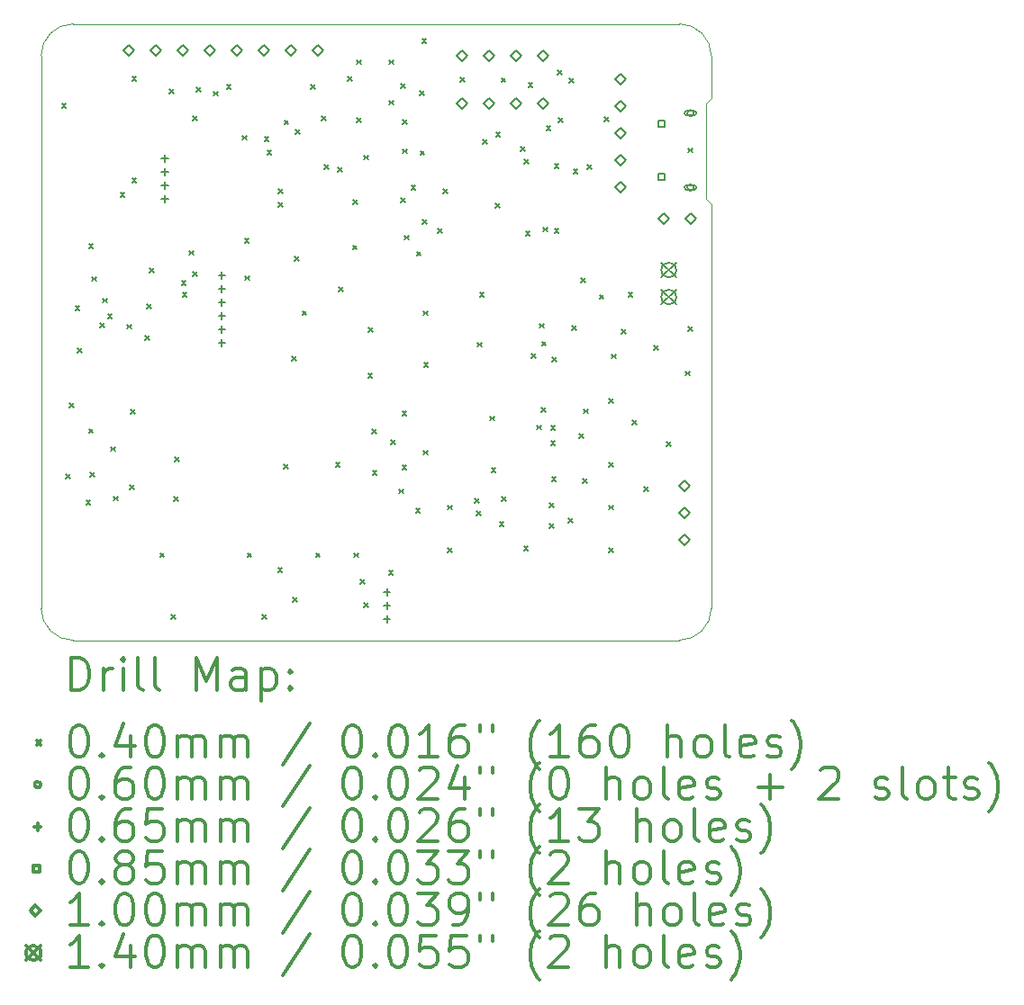
<source format=gbr>
%FSLAX45Y45*%
G04 Gerber Fmt 4.5, Leading zero omitted, Abs format (unit mm)*
G04 Created by KiCad (PCBNEW 5.1.2-f72e74a~84~ubuntu18.04.1) date 2019-07-03 17:08:01*
%MOMM*%
%LPD*%
G04 APERTURE LIST*
%ADD10C,0.050000*%
%ADD11C,0.200000*%
%ADD12C,0.300000*%
G04 APERTURE END LIST*
D10*
X11800000Y-7000000D02*
X11800000Y-10800000D01*
X11800000Y-6000000D02*
X11800000Y-5600000D01*
X11750000Y-6950000D02*
X11800000Y-7000000D01*
X11750000Y-6050000D02*
X11750000Y-6950000D01*
X11750000Y-6050000D02*
X11800000Y-6000000D01*
X11800000Y-10800000D02*
G75*
G02X11500000Y-11100000I-300000J0D01*
G01*
X5800000Y-11100000D02*
G75*
G02X5500000Y-10800000I0J300000D01*
G01*
X5500000Y-5600000D02*
G75*
G02X5800000Y-5300000I300000J0D01*
G01*
X11500000Y-5300000D02*
G75*
G02X11800000Y-5600000I0J-300000D01*
G01*
X11500000Y-5300000D02*
X5800000Y-5300000D01*
X5800000Y-11100000D02*
X11500000Y-11100000D01*
X5500000Y-5600000D02*
X5500000Y-10800000D01*
D11*
X5695000Y-6050600D02*
X5735000Y-6090600D01*
X5735000Y-6050600D02*
X5695000Y-6090600D01*
X5735010Y-9538980D02*
X5775010Y-9578980D01*
X5775010Y-9538980D02*
X5735010Y-9578980D01*
X5765000Y-8869999D02*
X5805000Y-8909999D01*
X5805000Y-8869999D02*
X5765000Y-8909999D01*
X5822000Y-7955600D02*
X5862000Y-7995600D01*
X5862000Y-7955600D02*
X5822000Y-7995600D01*
X5842500Y-8352500D02*
X5882500Y-8392500D01*
X5882500Y-8352500D02*
X5842500Y-8392500D01*
X5923600Y-9784400D02*
X5963600Y-9824400D01*
X5963600Y-9784400D02*
X5923600Y-9824400D01*
X5948999Y-9111000D02*
X5988999Y-9151000D01*
X5988999Y-9111000D02*
X5948999Y-9151000D01*
X5949000Y-7371400D02*
X5989000Y-7411400D01*
X5989000Y-7371400D02*
X5949000Y-7411400D01*
X5961000Y-9522110D02*
X6001000Y-9562110D01*
X6001000Y-9522110D02*
X5961000Y-9562110D01*
X5980000Y-7680000D02*
X6020000Y-7720000D01*
X6020000Y-7680000D02*
X5980000Y-7720000D01*
X6055346Y-8113195D02*
X6095346Y-8153195D01*
X6095346Y-8113195D02*
X6055346Y-8153195D01*
X6081830Y-7884298D02*
X6121830Y-7924298D01*
X6121830Y-7884298D02*
X6081830Y-7924298D01*
X6126800Y-8031800D02*
X6166800Y-8071800D01*
X6166800Y-8031800D02*
X6126800Y-8071800D01*
X6157500Y-9280001D02*
X6197500Y-9320001D01*
X6197500Y-9280001D02*
X6157500Y-9320001D01*
X6182000Y-9747000D02*
X6222000Y-9787000D01*
X6222000Y-9747000D02*
X6182000Y-9787000D01*
X6244999Y-6890000D02*
X6284999Y-6930000D01*
X6284999Y-6890000D02*
X6244999Y-6930000D01*
X6306340Y-8128450D02*
X6346340Y-8168450D01*
X6346340Y-8128450D02*
X6306340Y-8168450D01*
X6336577Y-9641110D02*
X6376577Y-9681110D01*
X6376577Y-9641110D02*
X6336577Y-9681110D01*
X6340050Y-8930000D02*
X6380050Y-8970000D01*
X6380050Y-8930000D02*
X6340050Y-8970000D01*
X6355000Y-6755000D02*
X6395000Y-6795000D01*
X6395000Y-6755000D02*
X6355000Y-6795000D01*
X6355400Y-5796600D02*
X6395400Y-5836600D01*
X6395400Y-5796600D02*
X6355400Y-5836600D01*
X6480000Y-8232500D02*
X6520000Y-8272500D01*
X6520000Y-8232500D02*
X6480000Y-8272500D01*
X6495397Y-7939461D02*
X6535397Y-7979461D01*
X6535397Y-7939461D02*
X6495397Y-7979461D01*
X6517500Y-7600000D02*
X6557500Y-7640000D01*
X6557500Y-7600000D02*
X6517500Y-7640000D01*
X6617500Y-10280000D02*
X6657500Y-10320000D01*
X6657500Y-10280000D02*
X6617500Y-10320000D01*
X6706270Y-5917670D02*
X6746270Y-5957670D01*
X6746270Y-5917670D02*
X6706270Y-5957670D01*
X6725000Y-10857500D02*
X6765000Y-10897500D01*
X6765000Y-10857500D02*
X6725000Y-10897500D01*
X6751000Y-9752000D02*
X6791000Y-9792000D01*
X6791000Y-9752000D02*
X6751000Y-9792000D01*
X6757500Y-9377500D02*
X6797500Y-9417500D01*
X6797500Y-9377500D02*
X6757500Y-9417500D01*
X6820000Y-7720000D02*
X6860000Y-7760000D01*
X6860000Y-7720000D02*
X6820000Y-7760000D01*
X6830000Y-7830000D02*
X6870000Y-7870000D01*
X6870000Y-7830000D02*
X6830000Y-7870000D01*
X6892500Y-7435000D02*
X6932500Y-7475000D01*
X6932500Y-7435000D02*
X6892500Y-7475000D01*
X6927000Y-7635000D02*
X6967000Y-7675000D01*
X6967000Y-7635000D02*
X6927000Y-7675000D01*
X6928000Y-6170000D02*
X6968000Y-6210000D01*
X6968000Y-6170000D02*
X6928000Y-6210000D01*
X6960000Y-5900000D02*
X7000000Y-5940000D01*
X7000000Y-5900000D02*
X6960000Y-5940000D01*
X7122000Y-5936099D02*
X7162000Y-5976099D01*
X7162000Y-5936099D02*
X7122000Y-5976099D01*
X7244400Y-5872800D02*
X7284400Y-5912800D01*
X7284400Y-5872800D02*
X7244400Y-5912800D01*
X7390000Y-6352000D02*
X7430000Y-6392000D01*
X7430000Y-6352000D02*
X7390000Y-6392000D01*
X7412500Y-7317500D02*
X7452500Y-7357500D01*
X7452500Y-7317500D02*
X7412500Y-7357500D01*
X7420000Y-7671350D02*
X7460000Y-7711350D01*
X7460000Y-7671350D02*
X7420000Y-7711350D01*
X7437500Y-10280000D02*
X7477500Y-10320000D01*
X7477500Y-10280000D02*
X7437500Y-10320000D01*
X7580000Y-10857500D02*
X7620000Y-10897500D01*
X7620000Y-10857500D02*
X7580000Y-10897500D01*
X7599000Y-6365000D02*
X7639000Y-6405000D01*
X7639000Y-6365000D02*
X7599000Y-6405000D01*
X7624201Y-6490256D02*
X7664201Y-6530256D01*
X7664201Y-6490256D02*
X7624201Y-6530256D01*
X7727000Y-10419400D02*
X7767000Y-10459400D01*
X7767000Y-10419400D02*
X7727000Y-10459400D01*
X7730000Y-6855000D02*
X7770000Y-6895000D01*
X7770000Y-6855000D02*
X7730000Y-6895000D01*
X7730000Y-6980000D02*
X7770000Y-7020000D01*
X7770000Y-6980000D02*
X7730000Y-7020000D01*
X7780000Y-9447500D02*
X7820000Y-9487500D01*
X7820000Y-9447500D02*
X7780000Y-9487500D01*
X7786000Y-6206000D02*
X7826000Y-6246000D01*
X7826000Y-6206000D02*
X7786000Y-6246000D01*
X7855000Y-8430000D02*
X7895000Y-8470000D01*
X7895000Y-8430000D02*
X7855000Y-8470000D01*
X7866000Y-10696000D02*
X7906000Y-10736000D01*
X7906000Y-10696000D02*
X7866000Y-10736000D01*
X7882500Y-7487500D02*
X7922500Y-7527500D01*
X7922500Y-7487500D02*
X7882500Y-7527500D01*
X7892000Y-6297000D02*
X7932000Y-6337000D01*
X7932000Y-6297000D02*
X7892000Y-6337000D01*
X7954000Y-8003000D02*
X7994000Y-8043000D01*
X7994000Y-8003000D02*
X7954000Y-8043000D01*
X8032785Y-5871815D02*
X8072785Y-5911815D01*
X8072785Y-5871815D02*
X8032785Y-5911815D01*
X8082500Y-10280000D02*
X8122500Y-10320000D01*
X8122500Y-10280000D02*
X8082500Y-10320000D01*
X8135580Y-6171810D02*
X8175580Y-6211810D01*
X8175580Y-6171810D02*
X8135580Y-6211810D01*
X8160756Y-6627123D02*
X8200756Y-6667123D01*
X8200756Y-6627123D02*
X8160756Y-6667123D01*
X8269140Y-9429240D02*
X8309140Y-9469240D01*
X8309140Y-9429240D02*
X8269140Y-9469240D01*
X8288082Y-6651917D02*
X8328082Y-6691917D01*
X8328082Y-6651917D02*
X8288082Y-6691917D01*
X8295000Y-7780000D02*
X8335000Y-7820000D01*
X8335000Y-7780000D02*
X8295000Y-7820000D01*
X8381000Y-5794000D02*
X8421000Y-5834000D01*
X8421000Y-5794000D02*
X8381000Y-5834000D01*
X8429000Y-7383000D02*
X8469000Y-7423000D01*
X8469000Y-7383000D02*
X8429000Y-7423000D01*
X8431075Y-6954075D02*
X8471075Y-6994075D01*
X8471075Y-6954075D02*
X8431075Y-6994075D01*
X8442500Y-10280000D02*
X8482500Y-10320000D01*
X8482500Y-10280000D02*
X8442500Y-10320000D01*
X8470000Y-5640000D02*
X8510000Y-5680000D01*
X8510000Y-5640000D02*
X8470000Y-5680000D01*
X8470000Y-6184000D02*
X8510000Y-6224000D01*
X8510000Y-6184000D02*
X8470000Y-6224000D01*
X8504000Y-10527000D02*
X8544000Y-10567000D01*
X8544000Y-10527000D02*
X8504000Y-10567000D01*
X8533280Y-10752000D02*
X8573280Y-10792000D01*
X8573280Y-10752000D02*
X8533280Y-10792000D01*
X8535000Y-6538000D02*
X8575000Y-6578000D01*
X8575000Y-6538000D02*
X8535000Y-6578000D01*
X8572500Y-8590000D02*
X8612500Y-8630000D01*
X8612500Y-8590000D02*
X8572500Y-8630000D01*
X8575000Y-8157500D02*
X8615000Y-8197500D01*
X8615000Y-8157500D02*
X8575000Y-8197500D01*
X8610000Y-9117500D02*
X8650000Y-9157500D01*
X8650000Y-9117500D02*
X8610000Y-9157500D01*
X8616000Y-9505000D02*
X8656000Y-9545000D01*
X8656000Y-9505000D02*
X8616000Y-9545000D01*
X8768400Y-10444800D02*
X8808400Y-10484800D01*
X8808400Y-10444800D02*
X8768400Y-10484800D01*
X8770000Y-5639000D02*
X8810000Y-5679000D01*
X8810000Y-5639000D02*
X8770000Y-5679000D01*
X8770002Y-6020000D02*
X8810002Y-6060000D01*
X8810002Y-6020000D02*
X8770002Y-6060000D01*
X8789760Y-9217200D02*
X8829760Y-9257200D01*
X8829760Y-9217200D02*
X8789760Y-9257200D01*
X8862210Y-9679340D02*
X8902210Y-9719340D01*
X8902210Y-9679340D02*
X8862210Y-9719340D01*
X8882000Y-6937000D02*
X8922000Y-6977000D01*
X8922000Y-6937000D02*
X8882000Y-6977000D01*
X8885000Y-5867000D02*
X8925000Y-5907000D01*
X8925000Y-5867000D02*
X8885000Y-5907000D01*
X8895400Y-8946200D02*
X8935400Y-8986200D01*
X8935400Y-8946200D02*
X8895400Y-8986200D01*
X8895400Y-9454200D02*
X8935400Y-9494200D01*
X8935400Y-9454200D02*
X8895400Y-9494200D01*
X8899201Y-6201882D02*
X8939201Y-6241882D01*
X8939201Y-6201882D02*
X8899201Y-6241882D01*
X8900000Y-6477000D02*
X8940000Y-6517000D01*
X8940000Y-6477000D02*
X8900000Y-6517000D01*
X8915000Y-7290000D02*
X8955000Y-7330000D01*
X8955000Y-7290000D02*
X8915000Y-7330000D01*
X8978640Y-6822890D02*
X9018640Y-6862890D01*
X9018640Y-6822890D02*
X8978640Y-6862890D01*
X9022400Y-9860600D02*
X9062400Y-9900600D01*
X9062400Y-9860600D02*
X9022400Y-9900600D01*
X9030000Y-7442500D02*
X9070000Y-7482500D01*
X9070000Y-7442500D02*
X9030000Y-7482500D01*
X9060000Y-5929999D02*
X9100000Y-5969999D01*
X9100000Y-5929999D02*
X9060000Y-5969999D01*
X9065000Y-6495000D02*
X9105000Y-6535000D01*
X9105000Y-6495000D02*
X9065000Y-6535000D01*
X9082000Y-5439000D02*
X9122000Y-5479000D01*
X9122000Y-5439000D02*
X9082000Y-5479000D01*
X9085000Y-7145000D02*
X9125000Y-7185000D01*
X9125000Y-7145000D02*
X9085000Y-7185000D01*
X9091900Y-8002850D02*
X9131900Y-8042850D01*
X9131900Y-8002850D02*
X9091900Y-8042850D01*
X9091910Y-9313210D02*
X9131910Y-9353210D01*
X9131910Y-9313210D02*
X9091910Y-9353210D01*
X9098600Y-8489000D02*
X9138600Y-8529000D01*
X9138600Y-8489000D02*
X9098600Y-8529000D01*
X9230000Y-7230000D02*
X9270000Y-7270000D01*
X9270000Y-7230000D02*
X9230000Y-7270000D01*
X9280000Y-6855000D02*
X9320000Y-6895000D01*
X9320000Y-6855000D02*
X9280000Y-6895000D01*
X9320000Y-9830000D02*
X9360000Y-9870000D01*
X9360000Y-9830000D02*
X9320000Y-9870000D01*
X9320000Y-10230000D02*
X9360000Y-10270000D01*
X9360000Y-10230000D02*
X9320000Y-10270000D01*
X9440000Y-5805000D02*
X9480000Y-5845000D01*
X9480000Y-5805000D02*
X9440000Y-5845000D01*
X9579289Y-9765711D02*
X9619289Y-9805711D01*
X9619289Y-9765711D02*
X9579289Y-9805711D01*
X9595000Y-9885000D02*
X9635000Y-9925000D01*
X9635000Y-9885000D02*
X9595000Y-9925000D01*
X9602500Y-8297500D02*
X9642500Y-8337500D01*
X9642500Y-8297500D02*
X9602500Y-8337500D01*
X9622500Y-7830000D02*
X9662500Y-7870000D01*
X9662500Y-7830000D02*
X9622500Y-7870000D01*
X9650000Y-6390000D02*
X9690000Y-6430000D01*
X9690000Y-6390000D02*
X9650000Y-6430000D01*
X9717500Y-8992500D02*
X9757500Y-9032500D01*
X9757500Y-8992500D02*
X9717500Y-9032500D01*
X9733600Y-9479600D02*
X9773600Y-9519600D01*
X9773600Y-9479600D02*
X9733600Y-9519600D01*
X9770000Y-6992500D02*
X9810000Y-7032500D01*
X9810000Y-6992500D02*
X9770000Y-7032500D01*
X9775000Y-6319000D02*
X9815000Y-6359000D01*
X9815000Y-6319000D02*
X9775000Y-6359000D01*
X9809800Y-9987600D02*
X9849800Y-10027600D01*
X9849800Y-9987600D02*
X9809800Y-10027600D01*
X9825000Y-5810000D02*
X9865000Y-5850000D01*
X9865000Y-5810000D02*
X9825000Y-5850000D01*
X9832500Y-9747500D02*
X9872500Y-9787500D01*
X9872500Y-9747500D02*
X9832500Y-9787500D01*
X10011000Y-6459000D02*
X10051000Y-6499000D01*
X10051000Y-6459000D02*
X10011000Y-6499000D01*
X10038400Y-10216200D02*
X10078400Y-10256200D01*
X10078400Y-10216200D02*
X10038400Y-10256200D01*
X10040000Y-6575000D02*
X10080000Y-6615000D01*
X10080000Y-6575000D02*
X10040000Y-6615000D01*
X10055000Y-7255000D02*
X10095000Y-7295000D01*
X10095000Y-7255000D02*
X10055000Y-7295000D01*
X10080000Y-5855000D02*
X10120000Y-5895000D01*
X10120000Y-5855000D02*
X10080000Y-5895000D01*
X10112501Y-8403000D02*
X10152501Y-8443000D01*
X10152501Y-8403000D02*
X10112501Y-8443000D01*
X10158000Y-9078000D02*
X10198000Y-9118000D01*
X10198000Y-9078000D02*
X10158000Y-9118000D01*
X10186462Y-8120000D02*
X10226462Y-8160000D01*
X10226462Y-8120000D02*
X10186462Y-8160000D01*
X10201000Y-8913000D02*
X10241000Y-8953000D01*
X10241000Y-8913000D02*
X10201000Y-8953000D01*
X10207190Y-8290499D02*
X10247190Y-8330499D01*
X10247190Y-8290499D02*
X10207190Y-8330499D01*
X10220000Y-7215000D02*
X10260000Y-7255000D01*
X10260000Y-7215000D02*
X10220000Y-7255000D01*
X10250000Y-6260000D02*
X10290000Y-6300000D01*
X10290000Y-6260000D02*
X10250000Y-6300000D01*
X10276000Y-10003000D02*
X10316000Y-10043000D01*
X10316000Y-10003000D02*
X10276000Y-10043000D01*
X10278000Y-9808000D02*
X10318000Y-9848000D01*
X10318000Y-9808000D02*
X10278000Y-9848000D01*
X10292000Y-9081000D02*
X10332000Y-9121000D01*
X10332000Y-9081000D02*
X10292000Y-9121000D01*
X10292400Y-9225600D02*
X10332400Y-9265600D01*
X10332400Y-9225600D02*
X10292400Y-9265600D01*
X10300000Y-9562500D02*
X10340000Y-9602500D01*
X10340000Y-9562500D02*
X10300000Y-9602500D01*
X10305108Y-8440501D02*
X10345108Y-8480501D01*
X10345108Y-8440501D02*
X10305108Y-8480501D01*
X10325000Y-6615000D02*
X10365000Y-6655000D01*
X10365000Y-6615000D02*
X10325000Y-6655000D01*
X10325000Y-7225000D02*
X10365000Y-7265000D01*
X10365000Y-7225000D02*
X10325000Y-7265000D01*
X10355000Y-5735000D02*
X10395000Y-5775000D01*
X10395000Y-5735000D02*
X10355000Y-5775000D01*
X10365000Y-6185000D02*
X10405000Y-6225000D01*
X10405000Y-6185000D02*
X10365000Y-6225000D01*
X10455000Y-9955000D02*
X10495000Y-9995000D01*
X10495000Y-9955000D02*
X10455000Y-9995000D01*
X10465000Y-5812500D02*
X10505000Y-5852500D01*
X10505000Y-5812500D02*
X10465000Y-5852500D01*
X10493000Y-8141000D02*
X10533000Y-8181000D01*
X10533000Y-8141000D02*
X10493000Y-8181000D01*
X10502500Y-6671440D02*
X10542500Y-6711440D01*
X10542500Y-6671440D02*
X10502500Y-6711440D01*
X10558549Y-9159823D02*
X10598549Y-9199823D01*
X10598549Y-9159823D02*
X10558549Y-9199823D01*
X10577500Y-7693340D02*
X10617500Y-7733340D01*
X10617500Y-7693340D02*
X10577500Y-7733340D01*
X10593000Y-9582000D02*
X10633000Y-9622000D01*
X10633000Y-9582000D02*
X10593000Y-9622000D01*
X10599000Y-8925000D02*
X10639000Y-8965000D01*
X10639000Y-8925000D02*
X10599000Y-8965000D01*
X10635000Y-6625000D02*
X10675000Y-6665000D01*
X10675000Y-6625000D02*
X10635000Y-6665000D01*
X10750000Y-7850000D02*
X10790000Y-7890000D01*
X10790000Y-7850000D02*
X10750000Y-7890000D01*
X10794000Y-6180000D02*
X10834000Y-6220000D01*
X10834000Y-6180000D02*
X10794000Y-6220000D01*
X10839997Y-10230000D02*
X10879997Y-10270000D01*
X10879997Y-10230000D02*
X10839997Y-10270000D01*
X10839998Y-9430000D02*
X10879998Y-9470000D01*
X10879998Y-9430000D02*
X10839998Y-9470000D01*
X10840000Y-9830000D02*
X10880000Y-9870000D01*
X10880000Y-9830000D02*
X10840000Y-9870000D01*
X10840001Y-8830000D02*
X10880001Y-8870000D01*
X10880001Y-8830000D02*
X10840001Y-8870000D01*
X10862234Y-8408766D02*
X10902234Y-8448766D01*
X10902234Y-8408766D02*
X10862234Y-8448766D01*
X10956000Y-8178000D02*
X10996000Y-8218000D01*
X10996000Y-8178000D02*
X10956000Y-8218000D01*
X11019999Y-7830000D02*
X11059999Y-7870000D01*
X11059999Y-7830000D02*
X11019999Y-7870000D01*
X11055000Y-9030000D02*
X11095000Y-9070000D01*
X11095000Y-9030000D02*
X11055000Y-9070000D01*
X11170000Y-9657500D02*
X11210000Y-9697500D01*
X11210000Y-9657500D02*
X11170000Y-9697500D01*
X11264000Y-8327500D02*
X11304000Y-8367500D01*
X11304000Y-8327500D02*
X11264000Y-8367500D01*
X11380050Y-9233850D02*
X11420050Y-9273850D01*
X11420050Y-9233850D02*
X11380050Y-9273850D01*
X11560000Y-8570000D02*
X11600000Y-8610000D01*
X11600000Y-8570000D02*
X11560000Y-8610000D01*
X11580000Y-8150000D02*
X11620000Y-8190000D01*
X11620000Y-8150000D02*
X11580000Y-8190000D01*
X11583800Y-6468750D02*
X11623800Y-6508750D01*
X11623800Y-6468750D02*
X11583800Y-6508750D01*
X11633750Y-6140000D02*
G75*
G03X11633750Y-6140000I-30000J0D01*
G01*
X11568750Y-6160000D02*
X11638750Y-6160000D01*
X11568750Y-6120000D02*
X11638750Y-6120000D01*
X11638750Y-6160000D02*
G75*
G03X11638750Y-6120000I0J20000D01*
G01*
X11568750Y-6120000D02*
G75*
G03X11568750Y-6160000I0J-20000D01*
G01*
X11633750Y-6840000D02*
G75*
G03X11633750Y-6840000I-30000J0D01*
G01*
X11638750Y-6820000D02*
X11568750Y-6820000D01*
X11638750Y-6860000D02*
X11568750Y-6860000D01*
X11568750Y-6820000D02*
G75*
G03X11568750Y-6860000I0J-20000D01*
G01*
X11638750Y-6860000D02*
G75*
G03X11638750Y-6820000I0J20000D01*
G01*
X6660000Y-6533500D02*
X6660000Y-6598500D01*
X6627500Y-6566000D02*
X6692500Y-6566000D01*
X6660000Y-6660500D02*
X6660000Y-6725500D01*
X6627500Y-6693000D02*
X6692500Y-6693000D01*
X6660000Y-6787500D02*
X6660000Y-6852500D01*
X6627500Y-6820000D02*
X6692500Y-6820000D01*
X6660000Y-6914500D02*
X6660000Y-6979500D01*
X6627500Y-6947000D02*
X6692500Y-6947000D01*
X7200000Y-7632500D02*
X7200000Y-7697500D01*
X7167500Y-7665000D02*
X7232500Y-7665000D01*
X7200000Y-7759500D02*
X7200000Y-7824500D01*
X7167500Y-7792000D02*
X7232500Y-7792000D01*
X7200000Y-7886500D02*
X7200000Y-7951500D01*
X7167500Y-7919000D02*
X7232500Y-7919000D01*
X7200000Y-8013500D02*
X7200000Y-8078500D01*
X7167500Y-8046000D02*
X7232500Y-8046000D01*
X7200000Y-8140500D02*
X7200000Y-8205500D01*
X7167500Y-8173000D02*
X7232500Y-8173000D01*
X7200000Y-8267500D02*
X7200000Y-8332500D01*
X7167500Y-8300000D02*
X7232500Y-8300000D01*
X8750000Y-10613500D02*
X8750000Y-10678500D01*
X8717500Y-10646000D02*
X8782500Y-10646000D01*
X8750000Y-10740500D02*
X8750000Y-10805500D01*
X8717500Y-10773000D02*
X8782500Y-10773000D01*
X8750000Y-10867500D02*
X8750000Y-10932500D01*
X8717500Y-10900000D02*
X8782500Y-10900000D01*
X11363802Y-6270052D02*
X11363802Y-6209948D01*
X11303698Y-6209948D01*
X11303698Y-6270052D01*
X11363802Y-6270052D01*
X11363802Y-6770052D02*
X11363802Y-6709948D01*
X11303698Y-6709948D01*
X11303698Y-6770052D01*
X11363802Y-6770052D01*
X6322000Y-5600000D02*
X6372000Y-5550000D01*
X6322000Y-5500000D01*
X6272000Y-5550000D01*
X6322000Y-5600000D01*
X6576000Y-5600000D02*
X6626000Y-5550000D01*
X6576000Y-5500000D01*
X6526000Y-5550000D01*
X6576000Y-5600000D01*
X6830000Y-5600000D02*
X6880000Y-5550000D01*
X6830000Y-5500000D01*
X6780000Y-5550000D01*
X6830000Y-5600000D01*
X7084000Y-5600000D02*
X7134000Y-5550000D01*
X7084000Y-5500000D01*
X7034000Y-5550000D01*
X7084000Y-5600000D01*
X7338000Y-5600000D02*
X7388000Y-5550000D01*
X7338000Y-5500000D01*
X7288000Y-5550000D01*
X7338000Y-5600000D01*
X7592000Y-5600000D02*
X7642000Y-5550000D01*
X7592000Y-5500000D01*
X7542000Y-5550000D01*
X7592000Y-5600000D01*
X7846000Y-5600000D02*
X7896000Y-5550000D01*
X7846000Y-5500000D01*
X7796000Y-5550000D01*
X7846000Y-5600000D01*
X8100000Y-5600000D02*
X8150000Y-5550000D01*
X8100000Y-5500000D01*
X8050000Y-5550000D01*
X8100000Y-5600000D01*
X10950000Y-5869000D02*
X11000000Y-5819000D01*
X10950000Y-5769000D01*
X10900000Y-5819000D01*
X10950000Y-5869000D01*
X10950000Y-6123000D02*
X11000000Y-6073000D01*
X10950000Y-6023000D01*
X10900000Y-6073000D01*
X10950000Y-6123000D01*
X10950000Y-6377000D02*
X11000000Y-6327000D01*
X10950000Y-6277000D01*
X10900000Y-6327000D01*
X10950000Y-6377000D01*
X10950000Y-6631000D02*
X11000000Y-6581000D01*
X10950000Y-6531000D01*
X10900000Y-6581000D01*
X10950000Y-6631000D01*
X10950000Y-6885000D02*
X11000000Y-6835000D01*
X10950000Y-6785000D01*
X10900000Y-6835000D01*
X10950000Y-6885000D01*
X9460000Y-6100000D02*
X9510000Y-6050000D01*
X9460000Y-6000000D01*
X9410000Y-6050000D01*
X9460000Y-6100000D01*
X9714000Y-6100000D02*
X9764000Y-6050000D01*
X9714000Y-6000000D01*
X9664000Y-6050000D01*
X9714000Y-6100000D01*
X9968000Y-6100000D02*
X10018000Y-6050000D01*
X9968000Y-6000000D01*
X9918000Y-6050000D01*
X9968000Y-6100000D01*
X10222000Y-6100000D02*
X10272000Y-6050000D01*
X10222000Y-6000000D01*
X10172000Y-6050000D01*
X10222000Y-6100000D01*
X11350000Y-7180000D02*
X11400000Y-7130000D01*
X11350000Y-7080000D01*
X11300000Y-7130000D01*
X11350000Y-7180000D01*
X11604000Y-7180000D02*
X11654000Y-7130000D01*
X11604000Y-7080000D01*
X11554000Y-7130000D01*
X11604000Y-7180000D01*
X11550000Y-9700000D02*
X11600000Y-9650000D01*
X11550000Y-9600000D01*
X11500000Y-9650000D01*
X11550000Y-9700000D01*
X11550000Y-9954000D02*
X11600000Y-9904000D01*
X11550000Y-9854000D01*
X11500000Y-9904000D01*
X11550000Y-9954000D01*
X11550000Y-10208000D02*
X11600000Y-10158000D01*
X11550000Y-10108000D01*
X11500000Y-10158000D01*
X11550000Y-10208000D01*
X9460000Y-5650000D02*
X9510000Y-5600000D01*
X9460000Y-5550000D01*
X9410000Y-5600000D01*
X9460000Y-5650000D01*
X9714000Y-5650000D02*
X9764000Y-5600000D01*
X9714000Y-5550000D01*
X9664000Y-5600000D01*
X9714000Y-5650000D01*
X9968000Y-5650000D02*
X10018000Y-5600000D01*
X9968000Y-5550000D01*
X9918000Y-5600000D01*
X9968000Y-5650000D01*
X10222000Y-5650000D02*
X10272000Y-5600000D01*
X10222000Y-5550000D01*
X10172000Y-5600000D01*
X10222000Y-5650000D01*
X11330000Y-7546000D02*
X11470000Y-7686000D01*
X11470000Y-7546000D02*
X11330000Y-7686000D01*
X11470000Y-7616000D02*
G75*
G03X11470000Y-7616000I-70000J0D01*
G01*
X11330000Y-7800000D02*
X11470000Y-7940000D01*
X11470000Y-7800000D02*
X11330000Y-7940000D01*
X11470000Y-7870000D02*
G75*
G03X11470000Y-7870000I-70000J0D01*
G01*
D12*
X5783928Y-11568214D02*
X5783928Y-11268214D01*
X5855357Y-11268214D01*
X5898214Y-11282500D01*
X5926786Y-11311071D01*
X5941071Y-11339643D01*
X5955357Y-11396786D01*
X5955357Y-11439643D01*
X5941071Y-11496786D01*
X5926786Y-11525357D01*
X5898214Y-11553929D01*
X5855357Y-11568214D01*
X5783928Y-11568214D01*
X6083928Y-11568214D02*
X6083928Y-11368214D01*
X6083928Y-11425357D02*
X6098214Y-11396786D01*
X6112500Y-11382500D01*
X6141071Y-11368214D01*
X6169643Y-11368214D01*
X6269643Y-11568214D02*
X6269643Y-11368214D01*
X6269643Y-11268214D02*
X6255357Y-11282500D01*
X6269643Y-11296786D01*
X6283928Y-11282500D01*
X6269643Y-11268214D01*
X6269643Y-11296786D01*
X6455357Y-11568214D02*
X6426786Y-11553929D01*
X6412500Y-11525357D01*
X6412500Y-11268214D01*
X6612500Y-11568214D02*
X6583928Y-11553929D01*
X6569643Y-11525357D01*
X6569643Y-11268214D01*
X6955357Y-11568214D02*
X6955357Y-11268214D01*
X7055357Y-11482500D01*
X7155357Y-11268214D01*
X7155357Y-11568214D01*
X7426786Y-11568214D02*
X7426786Y-11411071D01*
X7412500Y-11382500D01*
X7383928Y-11368214D01*
X7326786Y-11368214D01*
X7298214Y-11382500D01*
X7426786Y-11553929D02*
X7398214Y-11568214D01*
X7326786Y-11568214D01*
X7298214Y-11553929D01*
X7283928Y-11525357D01*
X7283928Y-11496786D01*
X7298214Y-11468214D01*
X7326786Y-11453929D01*
X7398214Y-11453929D01*
X7426786Y-11439643D01*
X7569643Y-11368214D02*
X7569643Y-11668214D01*
X7569643Y-11382500D02*
X7598214Y-11368214D01*
X7655357Y-11368214D01*
X7683928Y-11382500D01*
X7698214Y-11396786D01*
X7712500Y-11425357D01*
X7712500Y-11511071D01*
X7698214Y-11539643D01*
X7683928Y-11553929D01*
X7655357Y-11568214D01*
X7598214Y-11568214D01*
X7569643Y-11553929D01*
X7841071Y-11539643D02*
X7855357Y-11553929D01*
X7841071Y-11568214D01*
X7826786Y-11553929D01*
X7841071Y-11539643D01*
X7841071Y-11568214D01*
X7841071Y-11382500D02*
X7855357Y-11396786D01*
X7841071Y-11411071D01*
X7826786Y-11396786D01*
X7841071Y-11382500D01*
X7841071Y-11411071D01*
X5457500Y-12042500D02*
X5497500Y-12082500D01*
X5497500Y-12042500D02*
X5457500Y-12082500D01*
X5841071Y-11898214D02*
X5869643Y-11898214D01*
X5898214Y-11912500D01*
X5912500Y-11926786D01*
X5926786Y-11955357D01*
X5941071Y-12012500D01*
X5941071Y-12083929D01*
X5926786Y-12141071D01*
X5912500Y-12169643D01*
X5898214Y-12183929D01*
X5869643Y-12198214D01*
X5841071Y-12198214D01*
X5812500Y-12183929D01*
X5798214Y-12169643D01*
X5783928Y-12141071D01*
X5769643Y-12083929D01*
X5769643Y-12012500D01*
X5783928Y-11955357D01*
X5798214Y-11926786D01*
X5812500Y-11912500D01*
X5841071Y-11898214D01*
X6069643Y-12169643D02*
X6083928Y-12183929D01*
X6069643Y-12198214D01*
X6055357Y-12183929D01*
X6069643Y-12169643D01*
X6069643Y-12198214D01*
X6341071Y-11998214D02*
X6341071Y-12198214D01*
X6269643Y-11883929D02*
X6198214Y-12098214D01*
X6383928Y-12098214D01*
X6555357Y-11898214D02*
X6583928Y-11898214D01*
X6612500Y-11912500D01*
X6626786Y-11926786D01*
X6641071Y-11955357D01*
X6655357Y-12012500D01*
X6655357Y-12083929D01*
X6641071Y-12141071D01*
X6626786Y-12169643D01*
X6612500Y-12183929D01*
X6583928Y-12198214D01*
X6555357Y-12198214D01*
X6526786Y-12183929D01*
X6512500Y-12169643D01*
X6498214Y-12141071D01*
X6483928Y-12083929D01*
X6483928Y-12012500D01*
X6498214Y-11955357D01*
X6512500Y-11926786D01*
X6526786Y-11912500D01*
X6555357Y-11898214D01*
X6783928Y-12198214D02*
X6783928Y-11998214D01*
X6783928Y-12026786D02*
X6798214Y-12012500D01*
X6826786Y-11998214D01*
X6869643Y-11998214D01*
X6898214Y-12012500D01*
X6912500Y-12041071D01*
X6912500Y-12198214D01*
X6912500Y-12041071D02*
X6926786Y-12012500D01*
X6955357Y-11998214D01*
X6998214Y-11998214D01*
X7026786Y-12012500D01*
X7041071Y-12041071D01*
X7041071Y-12198214D01*
X7183928Y-12198214D02*
X7183928Y-11998214D01*
X7183928Y-12026786D02*
X7198214Y-12012500D01*
X7226786Y-11998214D01*
X7269643Y-11998214D01*
X7298214Y-12012500D01*
X7312500Y-12041071D01*
X7312500Y-12198214D01*
X7312500Y-12041071D02*
X7326786Y-12012500D01*
X7355357Y-11998214D01*
X7398214Y-11998214D01*
X7426786Y-12012500D01*
X7441071Y-12041071D01*
X7441071Y-12198214D01*
X8026786Y-11883929D02*
X7769643Y-12269643D01*
X8412500Y-11898214D02*
X8441071Y-11898214D01*
X8469643Y-11912500D01*
X8483928Y-11926786D01*
X8498214Y-11955357D01*
X8512500Y-12012500D01*
X8512500Y-12083929D01*
X8498214Y-12141071D01*
X8483928Y-12169643D01*
X8469643Y-12183929D01*
X8441071Y-12198214D01*
X8412500Y-12198214D01*
X8383928Y-12183929D01*
X8369643Y-12169643D01*
X8355357Y-12141071D01*
X8341071Y-12083929D01*
X8341071Y-12012500D01*
X8355357Y-11955357D01*
X8369643Y-11926786D01*
X8383928Y-11912500D01*
X8412500Y-11898214D01*
X8641071Y-12169643D02*
X8655357Y-12183929D01*
X8641071Y-12198214D01*
X8626786Y-12183929D01*
X8641071Y-12169643D01*
X8641071Y-12198214D01*
X8841071Y-11898214D02*
X8869643Y-11898214D01*
X8898214Y-11912500D01*
X8912500Y-11926786D01*
X8926786Y-11955357D01*
X8941071Y-12012500D01*
X8941071Y-12083929D01*
X8926786Y-12141071D01*
X8912500Y-12169643D01*
X8898214Y-12183929D01*
X8869643Y-12198214D01*
X8841071Y-12198214D01*
X8812500Y-12183929D01*
X8798214Y-12169643D01*
X8783928Y-12141071D01*
X8769643Y-12083929D01*
X8769643Y-12012500D01*
X8783928Y-11955357D01*
X8798214Y-11926786D01*
X8812500Y-11912500D01*
X8841071Y-11898214D01*
X9226786Y-12198214D02*
X9055357Y-12198214D01*
X9141071Y-12198214D02*
X9141071Y-11898214D01*
X9112500Y-11941071D01*
X9083928Y-11969643D01*
X9055357Y-11983929D01*
X9483928Y-11898214D02*
X9426786Y-11898214D01*
X9398214Y-11912500D01*
X9383928Y-11926786D01*
X9355357Y-11969643D01*
X9341071Y-12026786D01*
X9341071Y-12141071D01*
X9355357Y-12169643D01*
X9369643Y-12183929D01*
X9398214Y-12198214D01*
X9455357Y-12198214D01*
X9483928Y-12183929D01*
X9498214Y-12169643D01*
X9512500Y-12141071D01*
X9512500Y-12069643D01*
X9498214Y-12041071D01*
X9483928Y-12026786D01*
X9455357Y-12012500D01*
X9398214Y-12012500D01*
X9369643Y-12026786D01*
X9355357Y-12041071D01*
X9341071Y-12069643D01*
X9626786Y-11898214D02*
X9626786Y-11955357D01*
X9741071Y-11898214D02*
X9741071Y-11955357D01*
X10183928Y-12312500D02*
X10169643Y-12298214D01*
X10141071Y-12255357D01*
X10126786Y-12226786D01*
X10112500Y-12183929D01*
X10098214Y-12112500D01*
X10098214Y-12055357D01*
X10112500Y-11983929D01*
X10126786Y-11941071D01*
X10141071Y-11912500D01*
X10169643Y-11869643D01*
X10183928Y-11855357D01*
X10455357Y-12198214D02*
X10283928Y-12198214D01*
X10369643Y-12198214D02*
X10369643Y-11898214D01*
X10341071Y-11941071D01*
X10312500Y-11969643D01*
X10283928Y-11983929D01*
X10712500Y-11898214D02*
X10655357Y-11898214D01*
X10626786Y-11912500D01*
X10612500Y-11926786D01*
X10583928Y-11969643D01*
X10569643Y-12026786D01*
X10569643Y-12141071D01*
X10583928Y-12169643D01*
X10598214Y-12183929D01*
X10626786Y-12198214D01*
X10683928Y-12198214D01*
X10712500Y-12183929D01*
X10726786Y-12169643D01*
X10741071Y-12141071D01*
X10741071Y-12069643D01*
X10726786Y-12041071D01*
X10712500Y-12026786D01*
X10683928Y-12012500D01*
X10626786Y-12012500D01*
X10598214Y-12026786D01*
X10583928Y-12041071D01*
X10569643Y-12069643D01*
X10926786Y-11898214D02*
X10955357Y-11898214D01*
X10983928Y-11912500D01*
X10998214Y-11926786D01*
X11012500Y-11955357D01*
X11026786Y-12012500D01*
X11026786Y-12083929D01*
X11012500Y-12141071D01*
X10998214Y-12169643D01*
X10983928Y-12183929D01*
X10955357Y-12198214D01*
X10926786Y-12198214D01*
X10898214Y-12183929D01*
X10883928Y-12169643D01*
X10869643Y-12141071D01*
X10855357Y-12083929D01*
X10855357Y-12012500D01*
X10869643Y-11955357D01*
X10883928Y-11926786D01*
X10898214Y-11912500D01*
X10926786Y-11898214D01*
X11383928Y-12198214D02*
X11383928Y-11898214D01*
X11512500Y-12198214D02*
X11512500Y-12041071D01*
X11498214Y-12012500D01*
X11469643Y-11998214D01*
X11426786Y-11998214D01*
X11398214Y-12012500D01*
X11383928Y-12026786D01*
X11698214Y-12198214D02*
X11669643Y-12183929D01*
X11655357Y-12169643D01*
X11641071Y-12141071D01*
X11641071Y-12055357D01*
X11655357Y-12026786D01*
X11669643Y-12012500D01*
X11698214Y-11998214D01*
X11741071Y-11998214D01*
X11769643Y-12012500D01*
X11783928Y-12026786D01*
X11798214Y-12055357D01*
X11798214Y-12141071D01*
X11783928Y-12169643D01*
X11769643Y-12183929D01*
X11741071Y-12198214D01*
X11698214Y-12198214D01*
X11969643Y-12198214D02*
X11941071Y-12183929D01*
X11926786Y-12155357D01*
X11926786Y-11898214D01*
X12198214Y-12183929D02*
X12169643Y-12198214D01*
X12112500Y-12198214D01*
X12083928Y-12183929D01*
X12069643Y-12155357D01*
X12069643Y-12041071D01*
X12083928Y-12012500D01*
X12112500Y-11998214D01*
X12169643Y-11998214D01*
X12198214Y-12012500D01*
X12212500Y-12041071D01*
X12212500Y-12069643D01*
X12069643Y-12098214D01*
X12326786Y-12183929D02*
X12355357Y-12198214D01*
X12412500Y-12198214D01*
X12441071Y-12183929D01*
X12455357Y-12155357D01*
X12455357Y-12141071D01*
X12441071Y-12112500D01*
X12412500Y-12098214D01*
X12369643Y-12098214D01*
X12341071Y-12083929D01*
X12326786Y-12055357D01*
X12326786Y-12041071D01*
X12341071Y-12012500D01*
X12369643Y-11998214D01*
X12412500Y-11998214D01*
X12441071Y-12012500D01*
X12555357Y-12312500D02*
X12569643Y-12298214D01*
X12598214Y-12255357D01*
X12612500Y-12226786D01*
X12626786Y-12183929D01*
X12641071Y-12112500D01*
X12641071Y-12055357D01*
X12626786Y-11983929D01*
X12612500Y-11941071D01*
X12598214Y-11912500D01*
X12569643Y-11869643D01*
X12555357Y-11855357D01*
X5497500Y-12458500D02*
G75*
G03X5497500Y-12458500I-30000J0D01*
G01*
X5841071Y-12294214D02*
X5869643Y-12294214D01*
X5898214Y-12308500D01*
X5912500Y-12322786D01*
X5926786Y-12351357D01*
X5941071Y-12408500D01*
X5941071Y-12479929D01*
X5926786Y-12537071D01*
X5912500Y-12565643D01*
X5898214Y-12579929D01*
X5869643Y-12594214D01*
X5841071Y-12594214D01*
X5812500Y-12579929D01*
X5798214Y-12565643D01*
X5783928Y-12537071D01*
X5769643Y-12479929D01*
X5769643Y-12408500D01*
X5783928Y-12351357D01*
X5798214Y-12322786D01*
X5812500Y-12308500D01*
X5841071Y-12294214D01*
X6069643Y-12565643D02*
X6083928Y-12579929D01*
X6069643Y-12594214D01*
X6055357Y-12579929D01*
X6069643Y-12565643D01*
X6069643Y-12594214D01*
X6341071Y-12294214D02*
X6283928Y-12294214D01*
X6255357Y-12308500D01*
X6241071Y-12322786D01*
X6212500Y-12365643D01*
X6198214Y-12422786D01*
X6198214Y-12537071D01*
X6212500Y-12565643D01*
X6226786Y-12579929D01*
X6255357Y-12594214D01*
X6312500Y-12594214D01*
X6341071Y-12579929D01*
X6355357Y-12565643D01*
X6369643Y-12537071D01*
X6369643Y-12465643D01*
X6355357Y-12437071D01*
X6341071Y-12422786D01*
X6312500Y-12408500D01*
X6255357Y-12408500D01*
X6226786Y-12422786D01*
X6212500Y-12437071D01*
X6198214Y-12465643D01*
X6555357Y-12294214D02*
X6583928Y-12294214D01*
X6612500Y-12308500D01*
X6626786Y-12322786D01*
X6641071Y-12351357D01*
X6655357Y-12408500D01*
X6655357Y-12479929D01*
X6641071Y-12537071D01*
X6626786Y-12565643D01*
X6612500Y-12579929D01*
X6583928Y-12594214D01*
X6555357Y-12594214D01*
X6526786Y-12579929D01*
X6512500Y-12565643D01*
X6498214Y-12537071D01*
X6483928Y-12479929D01*
X6483928Y-12408500D01*
X6498214Y-12351357D01*
X6512500Y-12322786D01*
X6526786Y-12308500D01*
X6555357Y-12294214D01*
X6783928Y-12594214D02*
X6783928Y-12394214D01*
X6783928Y-12422786D02*
X6798214Y-12408500D01*
X6826786Y-12394214D01*
X6869643Y-12394214D01*
X6898214Y-12408500D01*
X6912500Y-12437071D01*
X6912500Y-12594214D01*
X6912500Y-12437071D02*
X6926786Y-12408500D01*
X6955357Y-12394214D01*
X6998214Y-12394214D01*
X7026786Y-12408500D01*
X7041071Y-12437071D01*
X7041071Y-12594214D01*
X7183928Y-12594214D02*
X7183928Y-12394214D01*
X7183928Y-12422786D02*
X7198214Y-12408500D01*
X7226786Y-12394214D01*
X7269643Y-12394214D01*
X7298214Y-12408500D01*
X7312500Y-12437071D01*
X7312500Y-12594214D01*
X7312500Y-12437071D02*
X7326786Y-12408500D01*
X7355357Y-12394214D01*
X7398214Y-12394214D01*
X7426786Y-12408500D01*
X7441071Y-12437071D01*
X7441071Y-12594214D01*
X8026786Y-12279929D02*
X7769643Y-12665643D01*
X8412500Y-12294214D02*
X8441071Y-12294214D01*
X8469643Y-12308500D01*
X8483928Y-12322786D01*
X8498214Y-12351357D01*
X8512500Y-12408500D01*
X8512500Y-12479929D01*
X8498214Y-12537071D01*
X8483928Y-12565643D01*
X8469643Y-12579929D01*
X8441071Y-12594214D01*
X8412500Y-12594214D01*
X8383928Y-12579929D01*
X8369643Y-12565643D01*
X8355357Y-12537071D01*
X8341071Y-12479929D01*
X8341071Y-12408500D01*
X8355357Y-12351357D01*
X8369643Y-12322786D01*
X8383928Y-12308500D01*
X8412500Y-12294214D01*
X8641071Y-12565643D02*
X8655357Y-12579929D01*
X8641071Y-12594214D01*
X8626786Y-12579929D01*
X8641071Y-12565643D01*
X8641071Y-12594214D01*
X8841071Y-12294214D02*
X8869643Y-12294214D01*
X8898214Y-12308500D01*
X8912500Y-12322786D01*
X8926786Y-12351357D01*
X8941071Y-12408500D01*
X8941071Y-12479929D01*
X8926786Y-12537071D01*
X8912500Y-12565643D01*
X8898214Y-12579929D01*
X8869643Y-12594214D01*
X8841071Y-12594214D01*
X8812500Y-12579929D01*
X8798214Y-12565643D01*
X8783928Y-12537071D01*
X8769643Y-12479929D01*
X8769643Y-12408500D01*
X8783928Y-12351357D01*
X8798214Y-12322786D01*
X8812500Y-12308500D01*
X8841071Y-12294214D01*
X9055357Y-12322786D02*
X9069643Y-12308500D01*
X9098214Y-12294214D01*
X9169643Y-12294214D01*
X9198214Y-12308500D01*
X9212500Y-12322786D01*
X9226786Y-12351357D01*
X9226786Y-12379929D01*
X9212500Y-12422786D01*
X9041071Y-12594214D01*
X9226786Y-12594214D01*
X9483928Y-12394214D02*
X9483928Y-12594214D01*
X9412500Y-12279929D02*
X9341071Y-12494214D01*
X9526786Y-12494214D01*
X9626786Y-12294214D02*
X9626786Y-12351357D01*
X9741071Y-12294214D02*
X9741071Y-12351357D01*
X10183928Y-12708500D02*
X10169643Y-12694214D01*
X10141071Y-12651357D01*
X10126786Y-12622786D01*
X10112500Y-12579929D01*
X10098214Y-12508500D01*
X10098214Y-12451357D01*
X10112500Y-12379929D01*
X10126786Y-12337071D01*
X10141071Y-12308500D01*
X10169643Y-12265643D01*
X10183928Y-12251357D01*
X10355357Y-12294214D02*
X10383928Y-12294214D01*
X10412500Y-12308500D01*
X10426786Y-12322786D01*
X10441071Y-12351357D01*
X10455357Y-12408500D01*
X10455357Y-12479929D01*
X10441071Y-12537071D01*
X10426786Y-12565643D01*
X10412500Y-12579929D01*
X10383928Y-12594214D01*
X10355357Y-12594214D01*
X10326786Y-12579929D01*
X10312500Y-12565643D01*
X10298214Y-12537071D01*
X10283928Y-12479929D01*
X10283928Y-12408500D01*
X10298214Y-12351357D01*
X10312500Y-12322786D01*
X10326786Y-12308500D01*
X10355357Y-12294214D01*
X10812500Y-12594214D02*
X10812500Y-12294214D01*
X10941071Y-12594214D02*
X10941071Y-12437071D01*
X10926786Y-12408500D01*
X10898214Y-12394214D01*
X10855357Y-12394214D01*
X10826786Y-12408500D01*
X10812500Y-12422786D01*
X11126786Y-12594214D02*
X11098214Y-12579929D01*
X11083928Y-12565643D01*
X11069643Y-12537071D01*
X11069643Y-12451357D01*
X11083928Y-12422786D01*
X11098214Y-12408500D01*
X11126786Y-12394214D01*
X11169643Y-12394214D01*
X11198214Y-12408500D01*
X11212500Y-12422786D01*
X11226786Y-12451357D01*
X11226786Y-12537071D01*
X11212500Y-12565643D01*
X11198214Y-12579929D01*
X11169643Y-12594214D01*
X11126786Y-12594214D01*
X11398214Y-12594214D02*
X11369643Y-12579929D01*
X11355357Y-12551357D01*
X11355357Y-12294214D01*
X11626786Y-12579929D02*
X11598214Y-12594214D01*
X11541071Y-12594214D01*
X11512500Y-12579929D01*
X11498214Y-12551357D01*
X11498214Y-12437071D01*
X11512500Y-12408500D01*
X11541071Y-12394214D01*
X11598214Y-12394214D01*
X11626786Y-12408500D01*
X11641071Y-12437071D01*
X11641071Y-12465643D01*
X11498214Y-12494214D01*
X11755357Y-12579929D02*
X11783928Y-12594214D01*
X11841071Y-12594214D01*
X11869643Y-12579929D01*
X11883928Y-12551357D01*
X11883928Y-12537071D01*
X11869643Y-12508500D01*
X11841071Y-12494214D01*
X11798214Y-12494214D01*
X11769643Y-12479929D01*
X11755357Y-12451357D01*
X11755357Y-12437071D01*
X11769643Y-12408500D01*
X11798214Y-12394214D01*
X11841071Y-12394214D01*
X11869643Y-12408500D01*
X12241071Y-12479929D02*
X12469643Y-12479929D01*
X12355357Y-12594214D02*
X12355357Y-12365643D01*
X12826786Y-12322786D02*
X12841071Y-12308500D01*
X12869643Y-12294214D01*
X12941071Y-12294214D01*
X12969643Y-12308500D01*
X12983928Y-12322786D01*
X12998214Y-12351357D01*
X12998214Y-12379929D01*
X12983928Y-12422786D01*
X12812500Y-12594214D01*
X12998214Y-12594214D01*
X13341071Y-12579929D02*
X13369643Y-12594214D01*
X13426786Y-12594214D01*
X13455357Y-12579929D01*
X13469643Y-12551357D01*
X13469643Y-12537071D01*
X13455357Y-12508500D01*
X13426786Y-12494214D01*
X13383928Y-12494214D01*
X13355357Y-12479929D01*
X13341071Y-12451357D01*
X13341071Y-12437071D01*
X13355357Y-12408500D01*
X13383928Y-12394214D01*
X13426786Y-12394214D01*
X13455357Y-12408500D01*
X13641071Y-12594214D02*
X13612500Y-12579929D01*
X13598214Y-12551357D01*
X13598214Y-12294214D01*
X13798214Y-12594214D02*
X13769643Y-12579929D01*
X13755357Y-12565643D01*
X13741071Y-12537071D01*
X13741071Y-12451357D01*
X13755357Y-12422786D01*
X13769643Y-12408500D01*
X13798214Y-12394214D01*
X13841071Y-12394214D01*
X13869643Y-12408500D01*
X13883928Y-12422786D01*
X13898214Y-12451357D01*
X13898214Y-12537071D01*
X13883928Y-12565643D01*
X13869643Y-12579929D01*
X13841071Y-12594214D01*
X13798214Y-12594214D01*
X13983928Y-12394214D02*
X14098214Y-12394214D01*
X14026786Y-12294214D02*
X14026786Y-12551357D01*
X14041071Y-12579929D01*
X14069643Y-12594214D01*
X14098214Y-12594214D01*
X14183928Y-12579929D02*
X14212500Y-12594214D01*
X14269643Y-12594214D01*
X14298214Y-12579929D01*
X14312500Y-12551357D01*
X14312500Y-12537071D01*
X14298214Y-12508500D01*
X14269643Y-12494214D01*
X14226786Y-12494214D01*
X14198214Y-12479929D01*
X14183928Y-12451357D01*
X14183928Y-12437071D01*
X14198214Y-12408500D01*
X14226786Y-12394214D01*
X14269643Y-12394214D01*
X14298214Y-12408500D01*
X14412500Y-12708500D02*
X14426786Y-12694214D01*
X14455357Y-12651357D01*
X14469643Y-12622786D01*
X14483928Y-12579929D01*
X14498214Y-12508500D01*
X14498214Y-12451357D01*
X14483928Y-12379929D01*
X14469643Y-12337071D01*
X14455357Y-12308500D01*
X14426786Y-12265643D01*
X14412500Y-12251357D01*
X5465000Y-12822000D02*
X5465000Y-12887000D01*
X5432500Y-12854500D02*
X5497500Y-12854500D01*
X5841071Y-12690214D02*
X5869643Y-12690214D01*
X5898214Y-12704500D01*
X5912500Y-12718786D01*
X5926786Y-12747357D01*
X5941071Y-12804500D01*
X5941071Y-12875929D01*
X5926786Y-12933071D01*
X5912500Y-12961643D01*
X5898214Y-12975929D01*
X5869643Y-12990214D01*
X5841071Y-12990214D01*
X5812500Y-12975929D01*
X5798214Y-12961643D01*
X5783928Y-12933071D01*
X5769643Y-12875929D01*
X5769643Y-12804500D01*
X5783928Y-12747357D01*
X5798214Y-12718786D01*
X5812500Y-12704500D01*
X5841071Y-12690214D01*
X6069643Y-12961643D02*
X6083928Y-12975929D01*
X6069643Y-12990214D01*
X6055357Y-12975929D01*
X6069643Y-12961643D01*
X6069643Y-12990214D01*
X6341071Y-12690214D02*
X6283928Y-12690214D01*
X6255357Y-12704500D01*
X6241071Y-12718786D01*
X6212500Y-12761643D01*
X6198214Y-12818786D01*
X6198214Y-12933071D01*
X6212500Y-12961643D01*
X6226786Y-12975929D01*
X6255357Y-12990214D01*
X6312500Y-12990214D01*
X6341071Y-12975929D01*
X6355357Y-12961643D01*
X6369643Y-12933071D01*
X6369643Y-12861643D01*
X6355357Y-12833071D01*
X6341071Y-12818786D01*
X6312500Y-12804500D01*
X6255357Y-12804500D01*
X6226786Y-12818786D01*
X6212500Y-12833071D01*
X6198214Y-12861643D01*
X6641071Y-12690214D02*
X6498214Y-12690214D01*
X6483928Y-12833071D01*
X6498214Y-12818786D01*
X6526786Y-12804500D01*
X6598214Y-12804500D01*
X6626786Y-12818786D01*
X6641071Y-12833071D01*
X6655357Y-12861643D01*
X6655357Y-12933071D01*
X6641071Y-12961643D01*
X6626786Y-12975929D01*
X6598214Y-12990214D01*
X6526786Y-12990214D01*
X6498214Y-12975929D01*
X6483928Y-12961643D01*
X6783928Y-12990214D02*
X6783928Y-12790214D01*
X6783928Y-12818786D02*
X6798214Y-12804500D01*
X6826786Y-12790214D01*
X6869643Y-12790214D01*
X6898214Y-12804500D01*
X6912500Y-12833071D01*
X6912500Y-12990214D01*
X6912500Y-12833071D02*
X6926786Y-12804500D01*
X6955357Y-12790214D01*
X6998214Y-12790214D01*
X7026786Y-12804500D01*
X7041071Y-12833071D01*
X7041071Y-12990214D01*
X7183928Y-12990214D02*
X7183928Y-12790214D01*
X7183928Y-12818786D02*
X7198214Y-12804500D01*
X7226786Y-12790214D01*
X7269643Y-12790214D01*
X7298214Y-12804500D01*
X7312500Y-12833071D01*
X7312500Y-12990214D01*
X7312500Y-12833071D02*
X7326786Y-12804500D01*
X7355357Y-12790214D01*
X7398214Y-12790214D01*
X7426786Y-12804500D01*
X7441071Y-12833071D01*
X7441071Y-12990214D01*
X8026786Y-12675929D02*
X7769643Y-13061643D01*
X8412500Y-12690214D02*
X8441071Y-12690214D01*
X8469643Y-12704500D01*
X8483928Y-12718786D01*
X8498214Y-12747357D01*
X8512500Y-12804500D01*
X8512500Y-12875929D01*
X8498214Y-12933071D01*
X8483928Y-12961643D01*
X8469643Y-12975929D01*
X8441071Y-12990214D01*
X8412500Y-12990214D01*
X8383928Y-12975929D01*
X8369643Y-12961643D01*
X8355357Y-12933071D01*
X8341071Y-12875929D01*
X8341071Y-12804500D01*
X8355357Y-12747357D01*
X8369643Y-12718786D01*
X8383928Y-12704500D01*
X8412500Y-12690214D01*
X8641071Y-12961643D02*
X8655357Y-12975929D01*
X8641071Y-12990214D01*
X8626786Y-12975929D01*
X8641071Y-12961643D01*
X8641071Y-12990214D01*
X8841071Y-12690214D02*
X8869643Y-12690214D01*
X8898214Y-12704500D01*
X8912500Y-12718786D01*
X8926786Y-12747357D01*
X8941071Y-12804500D01*
X8941071Y-12875929D01*
X8926786Y-12933071D01*
X8912500Y-12961643D01*
X8898214Y-12975929D01*
X8869643Y-12990214D01*
X8841071Y-12990214D01*
X8812500Y-12975929D01*
X8798214Y-12961643D01*
X8783928Y-12933071D01*
X8769643Y-12875929D01*
X8769643Y-12804500D01*
X8783928Y-12747357D01*
X8798214Y-12718786D01*
X8812500Y-12704500D01*
X8841071Y-12690214D01*
X9055357Y-12718786D02*
X9069643Y-12704500D01*
X9098214Y-12690214D01*
X9169643Y-12690214D01*
X9198214Y-12704500D01*
X9212500Y-12718786D01*
X9226786Y-12747357D01*
X9226786Y-12775929D01*
X9212500Y-12818786D01*
X9041071Y-12990214D01*
X9226786Y-12990214D01*
X9483928Y-12690214D02*
X9426786Y-12690214D01*
X9398214Y-12704500D01*
X9383928Y-12718786D01*
X9355357Y-12761643D01*
X9341071Y-12818786D01*
X9341071Y-12933071D01*
X9355357Y-12961643D01*
X9369643Y-12975929D01*
X9398214Y-12990214D01*
X9455357Y-12990214D01*
X9483928Y-12975929D01*
X9498214Y-12961643D01*
X9512500Y-12933071D01*
X9512500Y-12861643D01*
X9498214Y-12833071D01*
X9483928Y-12818786D01*
X9455357Y-12804500D01*
X9398214Y-12804500D01*
X9369643Y-12818786D01*
X9355357Y-12833071D01*
X9341071Y-12861643D01*
X9626786Y-12690214D02*
X9626786Y-12747357D01*
X9741071Y-12690214D02*
X9741071Y-12747357D01*
X10183928Y-13104500D02*
X10169643Y-13090214D01*
X10141071Y-13047357D01*
X10126786Y-13018786D01*
X10112500Y-12975929D01*
X10098214Y-12904500D01*
X10098214Y-12847357D01*
X10112500Y-12775929D01*
X10126786Y-12733071D01*
X10141071Y-12704500D01*
X10169643Y-12661643D01*
X10183928Y-12647357D01*
X10455357Y-12990214D02*
X10283928Y-12990214D01*
X10369643Y-12990214D02*
X10369643Y-12690214D01*
X10341071Y-12733071D01*
X10312500Y-12761643D01*
X10283928Y-12775929D01*
X10555357Y-12690214D02*
X10741071Y-12690214D01*
X10641071Y-12804500D01*
X10683928Y-12804500D01*
X10712500Y-12818786D01*
X10726786Y-12833071D01*
X10741071Y-12861643D01*
X10741071Y-12933071D01*
X10726786Y-12961643D01*
X10712500Y-12975929D01*
X10683928Y-12990214D01*
X10598214Y-12990214D01*
X10569643Y-12975929D01*
X10555357Y-12961643D01*
X11098214Y-12990214D02*
X11098214Y-12690214D01*
X11226786Y-12990214D02*
X11226786Y-12833071D01*
X11212500Y-12804500D01*
X11183928Y-12790214D01*
X11141071Y-12790214D01*
X11112500Y-12804500D01*
X11098214Y-12818786D01*
X11412500Y-12990214D02*
X11383928Y-12975929D01*
X11369643Y-12961643D01*
X11355357Y-12933071D01*
X11355357Y-12847357D01*
X11369643Y-12818786D01*
X11383928Y-12804500D01*
X11412500Y-12790214D01*
X11455357Y-12790214D01*
X11483928Y-12804500D01*
X11498214Y-12818786D01*
X11512500Y-12847357D01*
X11512500Y-12933071D01*
X11498214Y-12961643D01*
X11483928Y-12975929D01*
X11455357Y-12990214D01*
X11412500Y-12990214D01*
X11683928Y-12990214D02*
X11655357Y-12975929D01*
X11641071Y-12947357D01*
X11641071Y-12690214D01*
X11912500Y-12975929D02*
X11883928Y-12990214D01*
X11826786Y-12990214D01*
X11798214Y-12975929D01*
X11783928Y-12947357D01*
X11783928Y-12833071D01*
X11798214Y-12804500D01*
X11826786Y-12790214D01*
X11883928Y-12790214D01*
X11912500Y-12804500D01*
X11926786Y-12833071D01*
X11926786Y-12861643D01*
X11783928Y-12890214D01*
X12041071Y-12975929D02*
X12069643Y-12990214D01*
X12126786Y-12990214D01*
X12155357Y-12975929D01*
X12169643Y-12947357D01*
X12169643Y-12933071D01*
X12155357Y-12904500D01*
X12126786Y-12890214D01*
X12083928Y-12890214D01*
X12055357Y-12875929D01*
X12041071Y-12847357D01*
X12041071Y-12833071D01*
X12055357Y-12804500D01*
X12083928Y-12790214D01*
X12126786Y-12790214D01*
X12155357Y-12804500D01*
X12269643Y-13104500D02*
X12283928Y-13090214D01*
X12312500Y-13047357D01*
X12326786Y-13018786D01*
X12341071Y-12975929D01*
X12355357Y-12904500D01*
X12355357Y-12847357D01*
X12341071Y-12775929D01*
X12326786Y-12733071D01*
X12312500Y-12704500D01*
X12283928Y-12661643D01*
X12269643Y-12647357D01*
X5485052Y-13280552D02*
X5485052Y-13220448D01*
X5424948Y-13220448D01*
X5424948Y-13280552D01*
X5485052Y-13280552D01*
X5841071Y-13086214D02*
X5869643Y-13086214D01*
X5898214Y-13100500D01*
X5912500Y-13114786D01*
X5926786Y-13143357D01*
X5941071Y-13200500D01*
X5941071Y-13271929D01*
X5926786Y-13329071D01*
X5912500Y-13357643D01*
X5898214Y-13371929D01*
X5869643Y-13386214D01*
X5841071Y-13386214D01*
X5812500Y-13371929D01*
X5798214Y-13357643D01*
X5783928Y-13329071D01*
X5769643Y-13271929D01*
X5769643Y-13200500D01*
X5783928Y-13143357D01*
X5798214Y-13114786D01*
X5812500Y-13100500D01*
X5841071Y-13086214D01*
X6069643Y-13357643D02*
X6083928Y-13371929D01*
X6069643Y-13386214D01*
X6055357Y-13371929D01*
X6069643Y-13357643D01*
X6069643Y-13386214D01*
X6255357Y-13214786D02*
X6226786Y-13200500D01*
X6212500Y-13186214D01*
X6198214Y-13157643D01*
X6198214Y-13143357D01*
X6212500Y-13114786D01*
X6226786Y-13100500D01*
X6255357Y-13086214D01*
X6312500Y-13086214D01*
X6341071Y-13100500D01*
X6355357Y-13114786D01*
X6369643Y-13143357D01*
X6369643Y-13157643D01*
X6355357Y-13186214D01*
X6341071Y-13200500D01*
X6312500Y-13214786D01*
X6255357Y-13214786D01*
X6226786Y-13229071D01*
X6212500Y-13243357D01*
X6198214Y-13271929D01*
X6198214Y-13329071D01*
X6212500Y-13357643D01*
X6226786Y-13371929D01*
X6255357Y-13386214D01*
X6312500Y-13386214D01*
X6341071Y-13371929D01*
X6355357Y-13357643D01*
X6369643Y-13329071D01*
X6369643Y-13271929D01*
X6355357Y-13243357D01*
X6341071Y-13229071D01*
X6312500Y-13214786D01*
X6641071Y-13086214D02*
X6498214Y-13086214D01*
X6483928Y-13229071D01*
X6498214Y-13214786D01*
X6526786Y-13200500D01*
X6598214Y-13200500D01*
X6626786Y-13214786D01*
X6641071Y-13229071D01*
X6655357Y-13257643D01*
X6655357Y-13329071D01*
X6641071Y-13357643D01*
X6626786Y-13371929D01*
X6598214Y-13386214D01*
X6526786Y-13386214D01*
X6498214Y-13371929D01*
X6483928Y-13357643D01*
X6783928Y-13386214D02*
X6783928Y-13186214D01*
X6783928Y-13214786D02*
X6798214Y-13200500D01*
X6826786Y-13186214D01*
X6869643Y-13186214D01*
X6898214Y-13200500D01*
X6912500Y-13229071D01*
X6912500Y-13386214D01*
X6912500Y-13229071D02*
X6926786Y-13200500D01*
X6955357Y-13186214D01*
X6998214Y-13186214D01*
X7026786Y-13200500D01*
X7041071Y-13229071D01*
X7041071Y-13386214D01*
X7183928Y-13386214D02*
X7183928Y-13186214D01*
X7183928Y-13214786D02*
X7198214Y-13200500D01*
X7226786Y-13186214D01*
X7269643Y-13186214D01*
X7298214Y-13200500D01*
X7312500Y-13229071D01*
X7312500Y-13386214D01*
X7312500Y-13229071D02*
X7326786Y-13200500D01*
X7355357Y-13186214D01*
X7398214Y-13186214D01*
X7426786Y-13200500D01*
X7441071Y-13229071D01*
X7441071Y-13386214D01*
X8026786Y-13071929D02*
X7769643Y-13457643D01*
X8412500Y-13086214D02*
X8441071Y-13086214D01*
X8469643Y-13100500D01*
X8483928Y-13114786D01*
X8498214Y-13143357D01*
X8512500Y-13200500D01*
X8512500Y-13271929D01*
X8498214Y-13329071D01*
X8483928Y-13357643D01*
X8469643Y-13371929D01*
X8441071Y-13386214D01*
X8412500Y-13386214D01*
X8383928Y-13371929D01*
X8369643Y-13357643D01*
X8355357Y-13329071D01*
X8341071Y-13271929D01*
X8341071Y-13200500D01*
X8355357Y-13143357D01*
X8369643Y-13114786D01*
X8383928Y-13100500D01*
X8412500Y-13086214D01*
X8641071Y-13357643D02*
X8655357Y-13371929D01*
X8641071Y-13386214D01*
X8626786Y-13371929D01*
X8641071Y-13357643D01*
X8641071Y-13386214D01*
X8841071Y-13086214D02*
X8869643Y-13086214D01*
X8898214Y-13100500D01*
X8912500Y-13114786D01*
X8926786Y-13143357D01*
X8941071Y-13200500D01*
X8941071Y-13271929D01*
X8926786Y-13329071D01*
X8912500Y-13357643D01*
X8898214Y-13371929D01*
X8869643Y-13386214D01*
X8841071Y-13386214D01*
X8812500Y-13371929D01*
X8798214Y-13357643D01*
X8783928Y-13329071D01*
X8769643Y-13271929D01*
X8769643Y-13200500D01*
X8783928Y-13143357D01*
X8798214Y-13114786D01*
X8812500Y-13100500D01*
X8841071Y-13086214D01*
X9041071Y-13086214D02*
X9226786Y-13086214D01*
X9126786Y-13200500D01*
X9169643Y-13200500D01*
X9198214Y-13214786D01*
X9212500Y-13229071D01*
X9226786Y-13257643D01*
X9226786Y-13329071D01*
X9212500Y-13357643D01*
X9198214Y-13371929D01*
X9169643Y-13386214D01*
X9083928Y-13386214D01*
X9055357Y-13371929D01*
X9041071Y-13357643D01*
X9326786Y-13086214D02*
X9512500Y-13086214D01*
X9412500Y-13200500D01*
X9455357Y-13200500D01*
X9483928Y-13214786D01*
X9498214Y-13229071D01*
X9512500Y-13257643D01*
X9512500Y-13329071D01*
X9498214Y-13357643D01*
X9483928Y-13371929D01*
X9455357Y-13386214D01*
X9369643Y-13386214D01*
X9341071Y-13371929D01*
X9326786Y-13357643D01*
X9626786Y-13086214D02*
X9626786Y-13143357D01*
X9741071Y-13086214D02*
X9741071Y-13143357D01*
X10183928Y-13500500D02*
X10169643Y-13486214D01*
X10141071Y-13443357D01*
X10126786Y-13414786D01*
X10112500Y-13371929D01*
X10098214Y-13300500D01*
X10098214Y-13243357D01*
X10112500Y-13171929D01*
X10126786Y-13129071D01*
X10141071Y-13100500D01*
X10169643Y-13057643D01*
X10183928Y-13043357D01*
X10283928Y-13114786D02*
X10298214Y-13100500D01*
X10326786Y-13086214D01*
X10398214Y-13086214D01*
X10426786Y-13100500D01*
X10441071Y-13114786D01*
X10455357Y-13143357D01*
X10455357Y-13171929D01*
X10441071Y-13214786D01*
X10269643Y-13386214D01*
X10455357Y-13386214D01*
X10812500Y-13386214D02*
X10812500Y-13086214D01*
X10941071Y-13386214D02*
X10941071Y-13229071D01*
X10926786Y-13200500D01*
X10898214Y-13186214D01*
X10855357Y-13186214D01*
X10826786Y-13200500D01*
X10812500Y-13214786D01*
X11126786Y-13386214D02*
X11098214Y-13371929D01*
X11083928Y-13357643D01*
X11069643Y-13329071D01*
X11069643Y-13243357D01*
X11083928Y-13214786D01*
X11098214Y-13200500D01*
X11126786Y-13186214D01*
X11169643Y-13186214D01*
X11198214Y-13200500D01*
X11212500Y-13214786D01*
X11226786Y-13243357D01*
X11226786Y-13329071D01*
X11212500Y-13357643D01*
X11198214Y-13371929D01*
X11169643Y-13386214D01*
X11126786Y-13386214D01*
X11398214Y-13386214D02*
X11369643Y-13371929D01*
X11355357Y-13343357D01*
X11355357Y-13086214D01*
X11626786Y-13371929D02*
X11598214Y-13386214D01*
X11541071Y-13386214D01*
X11512500Y-13371929D01*
X11498214Y-13343357D01*
X11498214Y-13229071D01*
X11512500Y-13200500D01*
X11541071Y-13186214D01*
X11598214Y-13186214D01*
X11626786Y-13200500D01*
X11641071Y-13229071D01*
X11641071Y-13257643D01*
X11498214Y-13286214D01*
X11755357Y-13371929D02*
X11783928Y-13386214D01*
X11841071Y-13386214D01*
X11869643Y-13371929D01*
X11883928Y-13343357D01*
X11883928Y-13329071D01*
X11869643Y-13300500D01*
X11841071Y-13286214D01*
X11798214Y-13286214D01*
X11769643Y-13271929D01*
X11755357Y-13243357D01*
X11755357Y-13229071D01*
X11769643Y-13200500D01*
X11798214Y-13186214D01*
X11841071Y-13186214D01*
X11869643Y-13200500D01*
X11983928Y-13500500D02*
X11998214Y-13486214D01*
X12026786Y-13443357D01*
X12041071Y-13414786D01*
X12055357Y-13371929D01*
X12069643Y-13300500D01*
X12069643Y-13243357D01*
X12055357Y-13171929D01*
X12041071Y-13129071D01*
X12026786Y-13100500D01*
X11998214Y-13057643D01*
X11983928Y-13043357D01*
X5447500Y-13696500D02*
X5497500Y-13646500D01*
X5447500Y-13596500D01*
X5397500Y-13646500D01*
X5447500Y-13696500D01*
X5941071Y-13782214D02*
X5769643Y-13782214D01*
X5855357Y-13782214D02*
X5855357Y-13482214D01*
X5826786Y-13525071D01*
X5798214Y-13553643D01*
X5769643Y-13567929D01*
X6069643Y-13753643D02*
X6083928Y-13767929D01*
X6069643Y-13782214D01*
X6055357Y-13767929D01*
X6069643Y-13753643D01*
X6069643Y-13782214D01*
X6269643Y-13482214D02*
X6298214Y-13482214D01*
X6326786Y-13496500D01*
X6341071Y-13510786D01*
X6355357Y-13539357D01*
X6369643Y-13596500D01*
X6369643Y-13667929D01*
X6355357Y-13725071D01*
X6341071Y-13753643D01*
X6326786Y-13767929D01*
X6298214Y-13782214D01*
X6269643Y-13782214D01*
X6241071Y-13767929D01*
X6226786Y-13753643D01*
X6212500Y-13725071D01*
X6198214Y-13667929D01*
X6198214Y-13596500D01*
X6212500Y-13539357D01*
X6226786Y-13510786D01*
X6241071Y-13496500D01*
X6269643Y-13482214D01*
X6555357Y-13482214D02*
X6583928Y-13482214D01*
X6612500Y-13496500D01*
X6626786Y-13510786D01*
X6641071Y-13539357D01*
X6655357Y-13596500D01*
X6655357Y-13667929D01*
X6641071Y-13725071D01*
X6626786Y-13753643D01*
X6612500Y-13767929D01*
X6583928Y-13782214D01*
X6555357Y-13782214D01*
X6526786Y-13767929D01*
X6512500Y-13753643D01*
X6498214Y-13725071D01*
X6483928Y-13667929D01*
X6483928Y-13596500D01*
X6498214Y-13539357D01*
X6512500Y-13510786D01*
X6526786Y-13496500D01*
X6555357Y-13482214D01*
X6783928Y-13782214D02*
X6783928Y-13582214D01*
X6783928Y-13610786D02*
X6798214Y-13596500D01*
X6826786Y-13582214D01*
X6869643Y-13582214D01*
X6898214Y-13596500D01*
X6912500Y-13625071D01*
X6912500Y-13782214D01*
X6912500Y-13625071D02*
X6926786Y-13596500D01*
X6955357Y-13582214D01*
X6998214Y-13582214D01*
X7026786Y-13596500D01*
X7041071Y-13625071D01*
X7041071Y-13782214D01*
X7183928Y-13782214D02*
X7183928Y-13582214D01*
X7183928Y-13610786D02*
X7198214Y-13596500D01*
X7226786Y-13582214D01*
X7269643Y-13582214D01*
X7298214Y-13596500D01*
X7312500Y-13625071D01*
X7312500Y-13782214D01*
X7312500Y-13625071D02*
X7326786Y-13596500D01*
X7355357Y-13582214D01*
X7398214Y-13582214D01*
X7426786Y-13596500D01*
X7441071Y-13625071D01*
X7441071Y-13782214D01*
X8026786Y-13467929D02*
X7769643Y-13853643D01*
X8412500Y-13482214D02*
X8441071Y-13482214D01*
X8469643Y-13496500D01*
X8483928Y-13510786D01*
X8498214Y-13539357D01*
X8512500Y-13596500D01*
X8512500Y-13667929D01*
X8498214Y-13725071D01*
X8483928Y-13753643D01*
X8469643Y-13767929D01*
X8441071Y-13782214D01*
X8412500Y-13782214D01*
X8383928Y-13767929D01*
X8369643Y-13753643D01*
X8355357Y-13725071D01*
X8341071Y-13667929D01*
X8341071Y-13596500D01*
X8355357Y-13539357D01*
X8369643Y-13510786D01*
X8383928Y-13496500D01*
X8412500Y-13482214D01*
X8641071Y-13753643D02*
X8655357Y-13767929D01*
X8641071Y-13782214D01*
X8626786Y-13767929D01*
X8641071Y-13753643D01*
X8641071Y-13782214D01*
X8841071Y-13482214D02*
X8869643Y-13482214D01*
X8898214Y-13496500D01*
X8912500Y-13510786D01*
X8926786Y-13539357D01*
X8941071Y-13596500D01*
X8941071Y-13667929D01*
X8926786Y-13725071D01*
X8912500Y-13753643D01*
X8898214Y-13767929D01*
X8869643Y-13782214D01*
X8841071Y-13782214D01*
X8812500Y-13767929D01*
X8798214Y-13753643D01*
X8783928Y-13725071D01*
X8769643Y-13667929D01*
X8769643Y-13596500D01*
X8783928Y-13539357D01*
X8798214Y-13510786D01*
X8812500Y-13496500D01*
X8841071Y-13482214D01*
X9041071Y-13482214D02*
X9226786Y-13482214D01*
X9126786Y-13596500D01*
X9169643Y-13596500D01*
X9198214Y-13610786D01*
X9212500Y-13625071D01*
X9226786Y-13653643D01*
X9226786Y-13725071D01*
X9212500Y-13753643D01*
X9198214Y-13767929D01*
X9169643Y-13782214D01*
X9083928Y-13782214D01*
X9055357Y-13767929D01*
X9041071Y-13753643D01*
X9369643Y-13782214D02*
X9426786Y-13782214D01*
X9455357Y-13767929D01*
X9469643Y-13753643D01*
X9498214Y-13710786D01*
X9512500Y-13653643D01*
X9512500Y-13539357D01*
X9498214Y-13510786D01*
X9483928Y-13496500D01*
X9455357Y-13482214D01*
X9398214Y-13482214D01*
X9369643Y-13496500D01*
X9355357Y-13510786D01*
X9341071Y-13539357D01*
X9341071Y-13610786D01*
X9355357Y-13639357D01*
X9369643Y-13653643D01*
X9398214Y-13667929D01*
X9455357Y-13667929D01*
X9483928Y-13653643D01*
X9498214Y-13639357D01*
X9512500Y-13610786D01*
X9626786Y-13482214D02*
X9626786Y-13539357D01*
X9741071Y-13482214D02*
X9741071Y-13539357D01*
X10183928Y-13896500D02*
X10169643Y-13882214D01*
X10141071Y-13839357D01*
X10126786Y-13810786D01*
X10112500Y-13767929D01*
X10098214Y-13696500D01*
X10098214Y-13639357D01*
X10112500Y-13567929D01*
X10126786Y-13525071D01*
X10141071Y-13496500D01*
X10169643Y-13453643D01*
X10183928Y-13439357D01*
X10283928Y-13510786D02*
X10298214Y-13496500D01*
X10326786Y-13482214D01*
X10398214Y-13482214D01*
X10426786Y-13496500D01*
X10441071Y-13510786D01*
X10455357Y-13539357D01*
X10455357Y-13567929D01*
X10441071Y-13610786D01*
X10269643Y-13782214D01*
X10455357Y-13782214D01*
X10712500Y-13482214D02*
X10655357Y-13482214D01*
X10626786Y-13496500D01*
X10612500Y-13510786D01*
X10583928Y-13553643D01*
X10569643Y-13610786D01*
X10569643Y-13725071D01*
X10583928Y-13753643D01*
X10598214Y-13767929D01*
X10626786Y-13782214D01*
X10683928Y-13782214D01*
X10712500Y-13767929D01*
X10726786Y-13753643D01*
X10741071Y-13725071D01*
X10741071Y-13653643D01*
X10726786Y-13625071D01*
X10712500Y-13610786D01*
X10683928Y-13596500D01*
X10626786Y-13596500D01*
X10598214Y-13610786D01*
X10583928Y-13625071D01*
X10569643Y-13653643D01*
X11098214Y-13782214D02*
X11098214Y-13482214D01*
X11226786Y-13782214D02*
X11226786Y-13625071D01*
X11212500Y-13596500D01*
X11183928Y-13582214D01*
X11141071Y-13582214D01*
X11112500Y-13596500D01*
X11098214Y-13610786D01*
X11412500Y-13782214D02*
X11383928Y-13767929D01*
X11369643Y-13753643D01*
X11355357Y-13725071D01*
X11355357Y-13639357D01*
X11369643Y-13610786D01*
X11383928Y-13596500D01*
X11412500Y-13582214D01*
X11455357Y-13582214D01*
X11483928Y-13596500D01*
X11498214Y-13610786D01*
X11512500Y-13639357D01*
X11512500Y-13725071D01*
X11498214Y-13753643D01*
X11483928Y-13767929D01*
X11455357Y-13782214D01*
X11412500Y-13782214D01*
X11683928Y-13782214D02*
X11655357Y-13767929D01*
X11641071Y-13739357D01*
X11641071Y-13482214D01*
X11912500Y-13767929D02*
X11883928Y-13782214D01*
X11826786Y-13782214D01*
X11798214Y-13767929D01*
X11783928Y-13739357D01*
X11783928Y-13625071D01*
X11798214Y-13596500D01*
X11826786Y-13582214D01*
X11883928Y-13582214D01*
X11912500Y-13596500D01*
X11926786Y-13625071D01*
X11926786Y-13653643D01*
X11783928Y-13682214D01*
X12041071Y-13767929D02*
X12069643Y-13782214D01*
X12126786Y-13782214D01*
X12155357Y-13767929D01*
X12169643Y-13739357D01*
X12169643Y-13725071D01*
X12155357Y-13696500D01*
X12126786Y-13682214D01*
X12083928Y-13682214D01*
X12055357Y-13667929D01*
X12041071Y-13639357D01*
X12041071Y-13625071D01*
X12055357Y-13596500D01*
X12083928Y-13582214D01*
X12126786Y-13582214D01*
X12155357Y-13596500D01*
X12269643Y-13896500D02*
X12283928Y-13882214D01*
X12312500Y-13839357D01*
X12326786Y-13810786D01*
X12341071Y-13767929D01*
X12355357Y-13696500D01*
X12355357Y-13639357D01*
X12341071Y-13567929D01*
X12326786Y-13525071D01*
X12312500Y-13496500D01*
X12283928Y-13453643D01*
X12269643Y-13439357D01*
X5357500Y-13972500D02*
X5497500Y-14112500D01*
X5497500Y-13972500D02*
X5357500Y-14112500D01*
X5497500Y-14042500D02*
G75*
G03X5497500Y-14042500I-70000J0D01*
G01*
X5941071Y-14178214D02*
X5769643Y-14178214D01*
X5855357Y-14178214D02*
X5855357Y-13878214D01*
X5826786Y-13921071D01*
X5798214Y-13949643D01*
X5769643Y-13963929D01*
X6069643Y-14149643D02*
X6083928Y-14163929D01*
X6069643Y-14178214D01*
X6055357Y-14163929D01*
X6069643Y-14149643D01*
X6069643Y-14178214D01*
X6341071Y-13978214D02*
X6341071Y-14178214D01*
X6269643Y-13863929D02*
X6198214Y-14078214D01*
X6383928Y-14078214D01*
X6555357Y-13878214D02*
X6583928Y-13878214D01*
X6612500Y-13892500D01*
X6626786Y-13906786D01*
X6641071Y-13935357D01*
X6655357Y-13992500D01*
X6655357Y-14063929D01*
X6641071Y-14121071D01*
X6626786Y-14149643D01*
X6612500Y-14163929D01*
X6583928Y-14178214D01*
X6555357Y-14178214D01*
X6526786Y-14163929D01*
X6512500Y-14149643D01*
X6498214Y-14121071D01*
X6483928Y-14063929D01*
X6483928Y-13992500D01*
X6498214Y-13935357D01*
X6512500Y-13906786D01*
X6526786Y-13892500D01*
X6555357Y-13878214D01*
X6783928Y-14178214D02*
X6783928Y-13978214D01*
X6783928Y-14006786D02*
X6798214Y-13992500D01*
X6826786Y-13978214D01*
X6869643Y-13978214D01*
X6898214Y-13992500D01*
X6912500Y-14021071D01*
X6912500Y-14178214D01*
X6912500Y-14021071D02*
X6926786Y-13992500D01*
X6955357Y-13978214D01*
X6998214Y-13978214D01*
X7026786Y-13992500D01*
X7041071Y-14021071D01*
X7041071Y-14178214D01*
X7183928Y-14178214D02*
X7183928Y-13978214D01*
X7183928Y-14006786D02*
X7198214Y-13992500D01*
X7226786Y-13978214D01*
X7269643Y-13978214D01*
X7298214Y-13992500D01*
X7312500Y-14021071D01*
X7312500Y-14178214D01*
X7312500Y-14021071D02*
X7326786Y-13992500D01*
X7355357Y-13978214D01*
X7398214Y-13978214D01*
X7426786Y-13992500D01*
X7441071Y-14021071D01*
X7441071Y-14178214D01*
X8026786Y-13863929D02*
X7769643Y-14249643D01*
X8412500Y-13878214D02*
X8441071Y-13878214D01*
X8469643Y-13892500D01*
X8483928Y-13906786D01*
X8498214Y-13935357D01*
X8512500Y-13992500D01*
X8512500Y-14063929D01*
X8498214Y-14121071D01*
X8483928Y-14149643D01*
X8469643Y-14163929D01*
X8441071Y-14178214D01*
X8412500Y-14178214D01*
X8383928Y-14163929D01*
X8369643Y-14149643D01*
X8355357Y-14121071D01*
X8341071Y-14063929D01*
X8341071Y-13992500D01*
X8355357Y-13935357D01*
X8369643Y-13906786D01*
X8383928Y-13892500D01*
X8412500Y-13878214D01*
X8641071Y-14149643D02*
X8655357Y-14163929D01*
X8641071Y-14178214D01*
X8626786Y-14163929D01*
X8641071Y-14149643D01*
X8641071Y-14178214D01*
X8841071Y-13878214D02*
X8869643Y-13878214D01*
X8898214Y-13892500D01*
X8912500Y-13906786D01*
X8926786Y-13935357D01*
X8941071Y-13992500D01*
X8941071Y-14063929D01*
X8926786Y-14121071D01*
X8912500Y-14149643D01*
X8898214Y-14163929D01*
X8869643Y-14178214D01*
X8841071Y-14178214D01*
X8812500Y-14163929D01*
X8798214Y-14149643D01*
X8783928Y-14121071D01*
X8769643Y-14063929D01*
X8769643Y-13992500D01*
X8783928Y-13935357D01*
X8798214Y-13906786D01*
X8812500Y-13892500D01*
X8841071Y-13878214D01*
X9212500Y-13878214D02*
X9069643Y-13878214D01*
X9055357Y-14021071D01*
X9069643Y-14006786D01*
X9098214Y-13992500D01*
X9169643Y-13992500D01*
X9198214Y-14006786D01*
X9212500Y-14021071D01*
X9226786Y-14049643D01*
X9226786Y-14121071D01*
X9212500Y-14149643D01*
X9198214Y-14163929D01*
X9169643Y-14178214D01*
X9098214Y-14178214D01*
X9069643Y-14163929D01*
X9055357Y-14149643D01*
X9498214Y-13878214D02*
X9355357Y-13878214D01*
X9341071Y-14021071D01*
X9355357Y-14006786D01*
X9383928Y-13992500D01*
X9455357Y-13992500D01*
X9483928Y-14006786D01*
X9498214Y-14021071D01*
X9512500Y-14049643D01*
X9512500Y-14121071D01*
X9498214Y-14149643D01*
X9483928Y-14163929D01*
X9455357Y-14178214D01*
X9383928Y-14178214D01*
X9355357Y-14163929D01*
X9341071Y-14149643D01*
X9626786Y-13878214D02*
X9626786Y-13935357D01*
X9741071Y-13878214D02*
X9741071Y-13935357D01*
X10183928Y-14292500D02*
X10169643Y-14278214D01*
X10141071Y-14235357D01*
X10126786Y-14206786D01*
X10112500Y-14163929D01*
X10098214Y-14092500D01*
X10098214Y-14035357D01*
X10112500Y-13963929D01*
X10126786Y-13921071D01*
X10141071Y-13892500D01*
X10169643Y-13849643D01*
X10183928Y-13835357D01*
X10283928Y-13906786D02*
X10298214Y-13892500D01*
X10326786Y-13878214D01*
X10398214Y-13878214D01*
X10426786Y-13892500D01*
X10441071Y-13906786D01*
X10455357Y-13935357D01*
X10455357Y-13963929D01*
X10441071Y-14006786D01*
X10269643Y-14178214D01*
X10455357Y-14178214D01*
X10812500Y-14178214D02*
X10812500Y-13878214D01*
X10941071Y-14178214D02*
X10941071Y-14021071D01*
X10926786Y-13992500D01*
X10898214Y-13978214D01*
X10855357Y-13978214D01*
X10826786Y-13992500D01*
X10812500Y-14006786D01*
X11126786Y-14178214D02*
X11098214Y-14163929D01*
X11083928Y-14149643D01*
X11069643Y-14121071D01*
X11069643Y-14035357D01*
X11083928Y-14006786D01*
X11098214Y-13992500D01*
X11126786Y-13978214D01*
X11169643Y-13978214D01*
X11198214Y-13992500D01*
X11212500Y-14006786D01*
X11226786Y-14035357D01*
X11226786Y-14121071D01*
X11212500Y-14149643D01*
X11198214Y-14163929D01*
X11169643Y-14178214D01*
X11126786Y-14178214D01*
X11398214Y-14178214D02*
X11369643Y-14163929D01*
X11355357Y-14135357D01*
X11355357Y-13878214D01*
X11626786Y-14163929D02*
X11598214Y-14178214D01*
X11541071Y-14178214D01*
X11512500Y-14163929D01*
X11498214Y-14135357D01*
X11498214Y-14021071D01*
X11512500Y-13992500D01*
X11541071Y-13978214D01*
X11598214Y-13978214D01*
X11626786Y-13992500D01*
X11641071Y-14021071D01*
X11641071Y-14049643D01*
X11498214Y-14078214D01*
X11755357Y-14163929D02*
X11783928Y-14178214D01*
X11841071Y-14178214D01*
X11869643Y-14163929D01*
X11883928Y-14135357D01*
X11883928Y-14121071D01*
X11869643Y-14092500D01*
X11841071Y-14078214D01*
X11798214Y-14078214D01*
X11769643Y-14063929D01*
X11755357Y-14035357D01*
X11755357Y-14021071D01*
X11769643Y-13992500D01*
X11798214Y-13978214D01*
X11841071Y-13978214D01*
X11869643Y-13992500D01*
X11983928Y-14292500D02*
X11998214Y-14278214D01*
X12026786Y-14235357D01*
X12041071Y-14206786D01*
X12055357Y-14163929D01*
X12069643Y-14092500D01*
X12069643Y-14035357D01*
X12055357Y-13963929D01*
X12041071Y-13921071D01*
X12026786Y-13892500D01*
X11998214Y-13849643D01*
X11983928Y-13835357D01*
M02*

</source>
